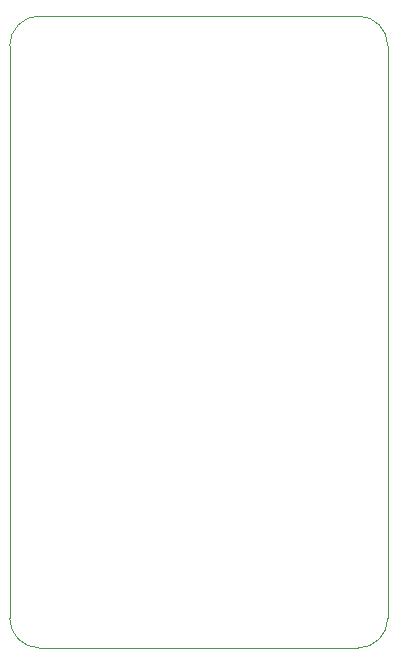
<source format=gbr>
%TF.GenerationSoftware,KiCad,Pcbnew,9.0.7*%
%TF.CreationDate,2026-02-13T16:37:28+01:00*%
%TF.ProjectId,Alpha2_GO_PWM,416c7068-6132-45f4-974f-5f50574d2e6b,rev?*%
%TF.SameCoordinates,Original*%
%TF.FileFunction,Profile,NP*%
%FSLAX46Y46*%
G04 Gerber Fmt 4.6, Leading zero omitted, Abs format (unit mm)*
G04 Created by KiCad (PCBNEW 9.0.7) date 2026-02-13 16:37:28*
%MOMM*%
%LPD*%
G01*
G04 APERTURE LIST*
%TA.AperFunction,Profile*%
%ADD10C,0.050000*%
%TD*%
G04 APERTURE END LIST*
D10*
X96500000Y-125500000D02*
G75*
G02*
X94000000Y-123000000I0J2500000D01*
G01*
X126000000Y-123000000D02*
G75*
G02*
X123500000Y-125500000I-2500000J0D01*
G01*
X94000000Y-74500000D02*
G75*
G02*
X96500000Y-72000000I2500000J0D01*
G01*
X123500000Y-72000000D02*
G75*
G02*
X126000000Y-74500000I0J-2500000D01*
G01*
X94000000Y-123000000D02*
X94000000Y-74500000D01*
X126000000Y-74500000D02*
X126000000Y-123000000D01*
X123500000Y-125500000D02*
X96500000Y-125500000D01*
X96500000Y-72000000D02*
X123500000Y-72000000D01*
M02*

</source>
